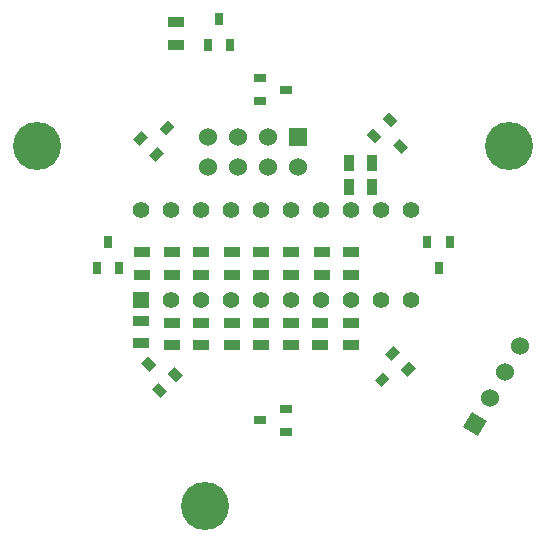
<source format=gbs>
G04 (created by PCBNEW (2013-dec-23)-stable) date Sat 02 Aug 2014 13:30:51 BST*
%MOIN*%
G04 Gerber Fmt 3.4, Leading zero omitted, Abs format*
%FSLAX34Y34*%
G01*
G70*
G90*
G04 APERTURE LIST*
%ADD10C,0.00590551*%
%ADD11R,0.0394X0.0315*%
%ADD12R,0.0315X0.0394*%
%ADD13R,0.035X0.055*%
%ADD14R,0.055X0.035*%
%ADD15R,0.06X0.06*%
%ADD16C,0.06*%
%ADD17R,0.055X0.055*%
%ADD18C,0.055*%
%ADD19C,0.16*%
G04 APERTURE END LIST*
G54D10*
G54D11*
X83367Y-62711D03*
X84233Y-63086D03*
X84233Y-62336D03*
G54D10*
G36*
X87180Y-61372D02*
X87458Y-61094D01*
X87681Y-61316D01*
X87402Y-61595D01*
X87180Y-61372D01*
X87180Y-61372D01*
G37*
G36*
X88057Y-61025D02*
X88336Y-60746D01*
X88559Y-60969D01*
X88280Y-61248D01*
X88057Y-61025D01*
X88057Y-61025D01*
G37*
G36*
X87527Y-60495D02*
X87805Y-60216D01*
X88028Y-60439D01*
X87750Y-60717D01*
X87527Y-60495D01*
X87527Y-60495D01*
G37*
G36*
X79627Y-60580D02*
X79905Y-60858D01*
X79683Y-61081D01*
X79404Y-60802D01*
X79627Y-60580D01*
X79627Y-60580D01*
G37*
G36*
X79974Y-61457D02*
X80253Y-61736D01*
X80030Y-61959D01*
X79751Y-61680D01*
X79974Y-61457D01*
X79974Y-61457D01*
G37*
G36*
X80504Y-60927D02*
X80783Y-61205D01*
X80560Y-61428D01*
X80282Y-61150D01*
X80504Y-60927D01*
X80504Y-60927D01*
G37*
G54D12*
X78288Y-56767D03*
X77913Y-57633D03*
X78663Y-57633D03*
G54D10*
G36*
X80518Y-52928D02*
X80239Y-53207D01*
X80016Y-52984D01*
X80295Y-52706D01*
X80518Y-52928D01*
X80518Y-52928D01*
G37*
G36*
X79640Y-53276D02*
X79362Y-53554D01*
X79139Y-53331D01*
X79418Y-53053D01*
X79640Y-53276D01*
X79640Y-53276D01*
G37*
G36*
X80171Y-53806D02*
X79892Y-54085D01*
X79669Y-53862D01*
X79948Y-53583D01*
X80171Y-53806D01*
X80171Y-53806D01*
G37*
G54D11*
X84233Y-51688D03*
X83367Y-51313D03*
X83367Y-52063D03*
G54D10*
G36*
X88071Y-53819D02*
X87792Y-53541D01*
X88015Y-53318D01*
X88293Y-53597D01*
X88071Y-53819D01*
X88071Y-53819D01*
G37*
G36*
X87723Y-52942D02*
X87445Y-52663D01*
X87668Y-52440D01*
X87946Y-52719D01*
X87723Y-52942D01*
X87723Y-52942D01*
G37*
G36*
X87193Y-53472D02*
X86914Y-53194D01*
X87137Y-52971D01*
X87416Y-53249D01*
X87193Y-53472D01*
X87193Y-53472D01*
G37*
G54D12*
X89311Y-57633D03*
X89686Y-56767D03*
X88936Y-56767D03*
G54D13*
X86338Y-54916D03*
X87088Y-54916D03*
G54D14*
X81398Y-60212D03*
X81398Y-59462D03*
G54D13*
X86338Y-54129D03*
X87088Y-54129D03*
G54D14*
X86398Y-60212D03*
X86398Y-59462D03*
X86398Y-57850D03*
X86398Y-57100D03*
X85374Y-60212D03*
X85374Y-59462D03*
X85414Y-57850D03*
X85414Y-57100D03*
X83406Y-60212D03*
X83406Y-59462D03*
X83406Y-57850D03*
X83406Y-57100D03*
X84390Y-60212D03*
X84390Y-59462D03*
X84390Y-57850D03*
X84390Y-57100D03*
X82422Y-60212D03*
X82422Y-59462D03*
X82422Y-57850D03*
X82422Y-57100D03*
X81398Y-57850D03*
X81398Y-57100D03*
X79390Y-60134D03*
X79390Y-59384D03*
X79429Y-57850D03*
X79429Y-57100D03*
X80414Y-60212D03*
X80414Y-59462D03*
X80414Y-57850D03*
X80414Y-57100D03*
X80571Y-50193D03*
X80571Y-49443D03*
G54D15*
X84611Y-53255D03*
G54D16*
X84611Y-54255D03*
X83611Y-53255D03*
X83611Y-54255D03*
X82611Y-53255D03*
X82611Y-54255D03*
X81611Y-53255D03*
X81611Y-54255D03*
G54D10*
G36*
X90640Y-63239D02*
X90120Y-62939D01*
X90420Y-62419D01*
X90940Y-62719D01*
X90640Y-63239D01*
X90640Y-63239D01*
G37*
G54D16*
X91030Y-61963D03*
X91530Y-61097D03*
X92030Y-60231D03*
G54D17*
X79398Y-58700D03*
G54D18*
X80398Y-58700D03*
X81398Y-58700D03*
X82398Y-58700D03*
X83398Y-58700D03*
X84398Y-58700D03*
X85398Y-58700D03*
X86398Y-58700D03*
X87398Y-58700D03*
X88398Y-58700D03*
X88398Y-55700D03*
X87398Y-55700D03*
X86398Y-55700D03*
X85398Y-55700D03*
X84398Y-55700D03*
X83398Y-55700D03*
X82398Y-55700D03*
X81398Y-55700D03*
X80398Y-55700D03*
X79398Y-55700D03*
G54D19*
X81536Y-65566D03*
X91674Y-53558D03*
X75925Y-53558D03*
G54D12*
X81988Y-49326D03*
X81613Y-50192D03*
X82363Y-50192D03*
M02*

</source>
